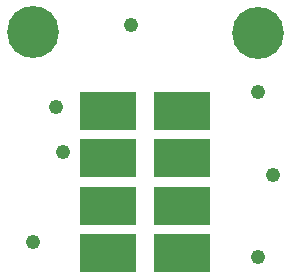
<source format=gbs>
%FSLAX25Y25*%
%MOIN*%
G70*
G01*
G75*
G04 Layer_Color=48896*
%ADD10P,0.08352X4X105.0*%
%ADD11R,0.05906X0.05906*%
%ADD12P,0.08352X4X345.0*%
%ADD13R,0.08000X0.05000*%
%ADD14C,0.02500*%
%ADD15C,0.16500*%
%ADD16C,0.04000*%
%ADD17R,0.17716X0.12205*%
%ADD18C,0.01000*%
%ADD19P,0.06937X4X105.0*%
%ADD20R,0.04906X0.04906*%
%ADD21P,0.06937X4X345.0*%
%ADD22R,0.07000X0.04000*%
%ADD23R,0.16716X0.11205*%
%ADD24P,0.09483X4X105.0*%
%ADD25R,0.06706X0.06706*%
%ADD26P,0.09483X4X345.0*%
%ADD27R,0.08800X0.05800*%
%ADD28C,0.17300*%
%ADD29C,0.04800*%
%ADD30R,0.18517X0.13005*%
D28*
X487500Y587100D02*
D03*
X412400Y587500D02*
D03*
D29*
X487500Y512500D02*
D03*
X422500Y547500D02*
D03*
X420000Y562500D02*
D03*
X487500Y567500D02*
D03*
X492500Y540000D02*
D03*
X412500Y517500D02*
D03*
X445000Y590000D02*
D03*
D30*
X462200Y561144D02*
D03*
X437594D02*
D03*
X462200Y545396D02*
D03*
Y529648D02*
D03*
Y513900D02*
D03*
X437594Y545396D02*
D03*
Y529648D02*
D03*
Y513900D02*
D03*
M02*

</source>
